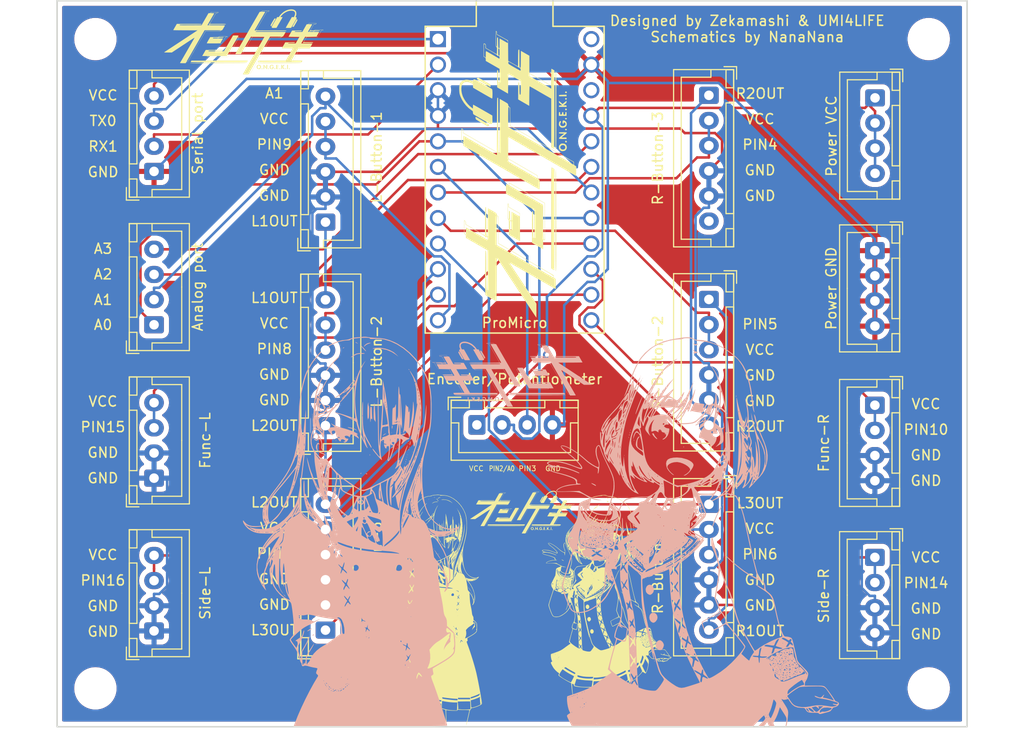
<source format=kicad_pcb>
(kicad_pcb (version 20211014) (generator pcbnew)
  (layers (0 "F.Cu" signal) (31 "B.Cu" signal) (34 "B.Paste" user) (35 "F.Paste" user) (36 "B.SilkS" user "B.Silkscreen") (37 "F.SilkS" user "F.Silkscreen") (38 "B.Mask" user) (39 "F.Mask" user) (44 "Edge.Cuts" user))
  (net 0 "")
  (net 1 "TX0")
  (net 2 "A1")
  (net 3 "VCC")
  (net 4 "PIN9")
  (net 5 "PIN8")
  (net 6 "PIN7")
  (net 7 "PIN6")
  (net 8 "PIN5")
  (net 9 "PIN4")
  (net 10 "L1OUT")
  (net 11 "GND1")
  (net 12 "L2OUT")
  (net 13 "L3OUT")
  (net 14 "R1OUT")
  (net 15 "R2OUT")
  (net 16 "PIN2/17")
  (net 17 "PIN3")
  (net 18 "GND2")
  (net 19 "PIN10")
  (net 20 "PIN14")
  (net 21 "PIN15")
  (net 22 "A3")
  (net 23 "A2")
  (net 24 "RX1")
  (net 25 "PIN16")
  (footprint "Connector_JST:JST_XH_B4B-XH-A_1x04_P2.50mm_Vertical" (layer "F.Cu") (at 46.465 87.57 90)
    (fp_text reference "Func-L" (at 3.75 5.08 90) (layer "F.SilkS"))
    (fp_text value "Func-L")
    (fp_text user "VCC" (at 7.62 -5.08 unlocked) (layer "F.SilkS"))
    (fp_text user "GND" (at 2.54 -5.08 unlocked) (layer "F.SilkS"))
    (fp_text user "GND" (at 0 -5.08 unlocked) (layer "F.SilkS"))
    (fp_text user "PIN15" (at 5.08 -5.08 unlocked) (layer "F.SilkS"))
    (pad "1" thru_hole roundrect (at 0 0 90) (size 1.7 1.95) (drill 0.95) (layers *.Cu *.Mask) (roundrect_rratio 0.1470588235) (net 11 "GND1"))
    (pad "2" thru_hole oval (at 2.5 0 90) (size 1.7 1.95) (drill 0.95) (layers *.Cu *.Mask) (net 11 "GND1"))
    (pad "3" thru_hole oval (at 5 0 90) (size 1.7 1.95) (drill 0.95) (layers *.Cu *.Mask) (net 21 "PIN15"))
    (pad "4" thru_hole oval (at 7.5 0 90) (size 1.7 1.95) (drill 0.95) (layers *.Cu *.Mask) (net 21 "PIN15"))
  )
  (footprint "Connector_JST:JST_XH_B4B-XH-A_1x04_P2.50mm_Vertical" (layer "F.Cu") (at 118.11 49.784 -90)
    (fp_text reference "Power VCC" (at 3.79 4.335 90) (layer "F.SilkS"))
    (fp_text value "Power VCC")
    (pad "1" thru_hole roundrect (at 0 0 270) (size 1.7 1.95) (drill 0.95) (layers *.Cu *.Mask) (roundrect_rratio 0.1470588235) (net 3 "VCC"))
    (pad "2" thru_hole oval (at 2.5 0 270) (size 1.7 1.95) (drill 0.95) (layers *.Cu *.Mask) (net 3 "VCC"))
    (pad "3" thru_hole oval (at 5 0 270) (size 1.7 1.95) (drill 0.95) (layers *.Cu *.Mask) (net 3 "VCC"))
    (pad "4" thru_hole oval (at 7.5 0 270) (size 1.7 1.95) (drill 0.95) (layers *.Cu *.Mask) (net 3 "VCC"))
  )
  (footprint "MountingHole:MountingHole_3.2mm_M3" (layer "F.Cu") (at 123.444 108.458)
    (fp_text reference "REF5**" hide)
    (fp_text value "MountingHole_3.2mm_M3")
    (pad "" np_thru_hole circle (at 0 0) (size 3.2 3.2) (drill 3.2) (layers *.Cu *.Mask))
  )
  (footprint "LOGO" (layer "F.Cu") (at 83.058 90.932)
    (fp_text reference "G***" hide)
    (fp_text value "LOGO" hide)
  )
  (footprint "Connector_JST:JST_XH_B4B-XH-A_1x04_P2.50mm_Vertical" (layer "F.Cu") (at 118.093 80.324 -90)
    (fp_text reference "Func-R" (at 3.75 5.08 90) (layer "F.SilkS"))
    (fp_text value "Func-R")
    (fp_text user "GND" (at 7.5 -5.08 unlocked) (layer "F.SilkS"))
    (fp_text user "GND" (at 4.96 -5.08 unlocked) (layer "F.SilkS"))
    (fp_text user "PIN10" (at 2.42 -5.08 unlocked) (layer "F.SilkS"))
    (fp_text user "VCC" (at -0.12 -5.08 unlocked) (layer "F.SilkS"))
    (pad "1" thru_hole roundrect (at 0 0 270) (size 1.7 1.95) (drill 0.95) (layers *.Cu *.Mask) (roundrect_rratio 0.1470588235) (net 19 "PIN10"))
    (pad "2" thru_hole oval (at 2.5 0 270) (size 1.7 1.95) (drill 0.95) (layers *.Cu *.Mask) (net 19 "PIN10"))
    (pad "3" thru_hole oval (at 5 0 270) (size 1.7 1.95) (drill 0.95) (layers *.Cu *.Mask) (net 11 "GND1"))
    (pad "4" thru_hole oval (at 7.5 0 270) (size 1.7 1.95) (drill 0.95) (layers *.Cu *.Mask) (net 11 "GND1"))
  )
  (footprint "Connector_JST:JST_XH_B6B-XH-A_1x06_P2.50mm_Vertical" (layer "F.Cu") (at 101.6 90.17 -90)
    (fp_text reference "R-Button-1" (at 6.25 5.08 90) (layer "F.SilkS"))
    (fp_text value "R-Button-1")
    (fp_text user "GND" (at 7.5 -5.08 unlocked) (layer "F.SilkS"))
    (fp_text user "VCC" (at 2.42 -5.08 unlocked) (layer "F.SilkS"))
    (fp_text user "PIN6" (at 4.96 -5.08 unlocked) (layer "F.SilkS"))
    (fp_text user "L3OUT" (at -0.12 -5.08 unlocked) (layer "F.SilkS"))
    (fp_text user "GND" (at 10.04 -5.08 unlocked) (layer "F.SilkS"))
    (fp_text user "R1OUT" (at 12.58 -5.08 unlocked) (layer "F.SilkS"))
    (pad "1" thru_hole roundrect (at 0 0 270) (size 1.7 1.95) (drill 0.95) (layers *.Cu *.Mask) (roundrect_rratio 0.1470588235) (net 13 "L3OUT"))
    (pad "2" thru_hole oval (at 2.5 0 270) (size 1.7 1.95) (drill 0.95) (layers *.Cu *.Mask) (net 7 "PIN6"))
    (pad "3" thru_hole oval (at 5 0 270) (size 1.7 1.95) (drill 0.95) (layers *.Cu *.Mask) (net 7 "PIN6"))
    (pad "4" thru_hole oval (at 7.5 0 270) (size 1.7 1.95) (drill 0.95) (layers *.Cu *.Mask) (net 11 "GND1"))
    (pad "5" thru_hole oval (at 10 0 270) (size 1.7 1.95) (drill 0.95) (layers *.Cu *.Mask) (net 11 "GND1"))
    (pad "6" thru_hole oval (at 12.5 0 270) (size 1.7 1.95) (drill 0.95) (layers *.Cu *.Mask) (net 14 "R1OUT"))
  )
  (footprint "Connector_JST:JST_XH_B4B-XH-A_1x04_P2.50mm_Vertical" (layer "F.Cu") (at 78.546 82.279)
    (fp_text reference "Encoder/Potentiometer" (at 3.75 -4.555) (layer "F.SilkS"))
    (fp_text value "Encoder/Potentiometer")
    (fp_text user "GND" (at 7.56 4.335 unlocked) (layer "F.SilkS") (effects (font (size 0.5 0.5) (thickness 0.075))))
    (fp_text user "PIN3" (at 5.02 4.335 unlocked) (layer "F.SilkS") (effects (font (size 0.5 0.5) (thickness 0.075))))
    (fp_text user "VCC" (at -0.06 4.335 unlocked) (layer "F.SilkS") (effects (font (size 0.5 0.5) (thickness 0.075))))
    (fp_text user "PIN2/A0" (at 2.48 4.335 unlocked) (layer "F.SilkS") (effects (font (size 0.5 0.4) (thickness 0.075))))
    (pad "1" thru_hole roundrect (at 0 0) (size 1.7 1.95) (drill 0.95) (layers *.Cu *.Mask) (roundrect_rratio 0.1470588235) (net 3 "VCC"))
    (pad "2" thru_hole oval (at 2.5 0) (size 1.7 1.95) (drill 0.95) (layers *.Cu *.Mask) (net 16 "PIN2/17"))
    (pad "3" thru_hole oval (at 5 0) (size 1.7 1.95) (drill 0.95) (layers *.Cu *.Mask) (net 17 "PIN3"))
    (pad "4" thru_hole oval (at 7.5 0) (size 1.7 1.95) (drill 0.95) (layers *.Cu *.Mask) (net 18 "GND2"))
  )
  (footprint "Library:ProMicro-EnforcedTop" (layer "F.Cu") (at 82.296 57.912 -90)
    (fp_text reference "ProMicro" (at 14.224 0 180) (layer "F.SilkS"))
    (fp_text value "ProMicro")
    (pad "2" thru_hole circle locked (at -3.81 7.62 270) (size 1.6 1.6) (drill 1.1) (layers *.Cu "B.Mask") (net 16 "PIN2/17"))
    (pad "3" thru_hole circle locked (at -1.27 7.62 270) (size 1.6 1.6) (drill 1.1) (layers *.Cu "B.Mask") (net 17 "PIN3"))
    (pad "4" thru_hole circle locked (at 1.27 7.62 270) (size 1.6 1.6) (drill 1.1) (layers *.Cu "B.Mask") (net 9 "PIN4"))
    (pad "5" thru_hole circle locked (at 3.81 7.62 270) (size 1.6 1.6) (drill 1.1) (layers *.Cu "B.Mask") (net 8 "PIN5"))
    (pad "6" thru_hole circle locked (at 6.35 7.62 270) (size 1.6 1.6) (drill 1.1) (layers *.Cu "B.Mask") (net 7 "PIN6"))
    (pad "7" thru_hole circle locked (at 8.89 7.62 270) (size 1.6 1.6) (drill 1.1) (layers *.Cu "B.Mask") (net 6 "PIN7"))
    (pad "9" thru_hole circle locked (at 13.97 7.62 270) (size 1.6 1.6) (drill 1.1) (layers *.Cu "B.Mask") (net 4 "PIN9"))
    (pad "10" thru_hole circle locked (at 13.97 -7.62 270) (size 1.6 1.6) (drill 1.1) (layers *.Cu "B.Mask") (net 19 "PIN10"))
    (pad "14" thru_hole circle locked (at 8.89 -7.62 270) (size 1.6 1.6) (drill 1.1) (layers *.Cu "B.Mask") (net 20 "PIN14"))
    (pad "15" thru_hole circle locked (at 6.35 -7.62 270) (size 1.6 1.6) (drill 1.1) (layers *.Cu "B.Mask") (net 21 "PIN15"))
    (pad "16" thru_hole circle locked (at 11.43 -7.62 270) (size 1.6 1.6) (drill 1.1) (layers *.Cu "B.Mask") (net 25 "PIN16"))
    (pad "A0" thru_hole circle locked (at 3.81 -7.62 270) (size 1.6 1.6) (drill 1.1) (layers *.Cu "B.Mask") (net 16 "PIN2/17"))
    (pad "A1" thru_hole circle locked (at 1.27 -7.62 270) (size 1.6 1.6) (drill 1.1) (layers *.Cu "B.Mask") (net 2 "A1"))
    (pad "A2" thru_hole circle locked (at -1.27 -7.62 270) (size 1.6 1.6) (drill 1.1) (layers *.Cu "B.Mask") (net 23 "A2"))
    (pad "A3" thru_hole circle locked (at -3.81 -7.62 270) (size 1.6 1.6) (drill 1.1) (layers *.Cu "B.Mask") (net 22 "A3"))
    (pad "GND" thru_hole circle locked (at -6.35 7.62 270) (size 1.6 1.6) (drill 1.1) (layers *.Cu "B.Mask") (net 11 "GND1"))
    (pad "GND" thru_hole circle locked (at -11.43 -7.62 270) (size 1.6 1.6) (drill 1.1) (layers *.Cu "B.Mask") (net 18 "GND2"))
    (pad "GND1" thru_hole circle locked (at -8.89 7.62 270) (size 1.6 1.6) (drill 1.1) (layers *.Cu "B.Mask") (net 11 "GND1"))
    (pad "PIN8" thru_hole circle locked (at 11.43 7.62 270) (size 1.6 1.6) (drill 1.1) (layers *.Cu "B.Mask") (net 5 "PIN8"))
    (pad "RAW" thru_hole circle locked (at -13.97 -7.62 270) (size 1.6 1.6) (drill 1.1) (layers *.Cu "B.Mask"))
    (pad "RST" thru_hole circle locked (at -8.89 -7.62 270) (size 1.6 1.6) (drill 1.1) (layers *.Cu "B.Mask"))
    (pad "RX1" thru_hole circle locked (at -11.43 7.62 270) (size 1.6 1.6) (drill 1.1) (layers *.Cu "B.Mask") (net 24 "RX1"))
    (pad "TX0" thru_hole rect locked (at -13.97 7.62 270) (size 1.6 1.6) (drill 1.1) (layers *.Cu "B.Mask") (net 1 "TX0"))
    (pad "VCC" thru_hole circle locked (at -6.35 -7.62 270) (size 1.6 1.6) (drill 1.1) (layers *.Cu "B.Mask") (net 3 "VCC"))
  )
  (footprint "Connector_JST:JST_XH_B6B-XH-A_1x06_P2.50mm_Vertical" (layer "F.Cu") (at 63.5 62.13 90)
    (fp_text reference "L-Button-1" (at 6.45 5.08 90) (layer "F.SilkS"))
    (fp_text value "L-Button-1")
    (fp_text user "GND" (at 5.18 -5.08 unlocked) (layer "F.SilkS"))
    (fp_text user "L1OUT" (at 0.1 -5.08 unlocked) (layer "F.SilkS"))
    (fp_text user "PIN9" (at 7.72 -5.08 unlocked) (layer "F.SilkS"))
    (fp_text user "A1" (at 12.8 -5.08 unlocked) (layer "F.SilkS"))
    (fp_text user "VCC" (at 10.26 -5.08 unlocked) (layer "F.SilkS"))
    (fp_text user "GND" (at 2.64 -5.08 unlocked) (layer "F.SilkS"))
    (pad "1" thru_hole roundrect (at 0 0 90) (size 1.7 1.95) (drill 0.95) (layers *.Cu *.Mask) (roundrect_rratio 0.1470588235) (net 10 "L1OUT"))
    (pad "2" thru_hole oval (at 2.5 0 90) (size 1.7 1.95) (drill 0.95) (layers *.Cu *.Mask) (net 11 "GND1"))
    (pad "3" thru_hole oval (at 5 0 90) (size 1.7 1.95) (drill 0.95) (layers *.Cu *.Mask) (net 11 "GND1"))
    (pad "4" thru_hole oval (at 7.5 0 90) (size 1.7 1.95) (drill 0.95) (layers *.Cu *.Mask) (net 4 "PIN9"))
    (pad "5" thru_hole oval (at 10 0 90) (size 1.7 1.95) (drill 0.95) (layers *.Cu *.Mask) (net 4 "PIN9"))
    (pad "6" thru_hole oval (at 12.5 0 90) (size 1.7 1.95) (drill 0.95) (layers *.Cu *.Mask) (net 2 "A1"))
  )
  (footprint "Connector_JST:JST_XH_B4B-XH-A_1x04_P2.50mm_Vertical" (layer "F.Cu") (at 118.093 95.444 -90)
    (fp_text reference "Side-R" (at 3.81 5.08 90) (layer "F.SilkS"))
    (fp_text value "Side-R")
    (fp_text user "GND" (at 5.08 -5.08 unlocked) (layer "F.SilkS"))
    (fp_text user "VCC" (at 0 -5.08 unlocked) (layer "F.SilkS"))
    (fp_text user "PIN14" (at 2.54 -5.08 unlocked) (layer "F.SilkS"))
    (fp_text user "GND" (at 7.62 -5.08 unlocked) (layer "F.SilkS"))
    (pad "1" thru_hole roundrect (at 0 0 270) (size 1.7 1.95) (drill 0.95) (layers *.Cu *.Mask) (roundrect_rratio 0.1470588235) (net 20 "PIN14"))
    (pad "2" thru_hole oval (at 2.5 0 270) (size 1.7 1.95) (drill 0.95) (layers *.Cu *.Mask) (net 20 "PIN14"))
    (pad "3" thru_hole oval (at 5 0 270) (size 1.7 1.95) (drill 0.95) (layers *.Cu *.Mask) (net 11 "GND1"))
    (pad "4" thru_hole oval (at 7.5 0 270) (size 1.7 1.95) (drill 0.95) (layers *.Cu *.Mask) (net 11 "GND1"))
  )
  (footprint "MountingHole:MountingHole_3.2mm_M3" (layer "F.Cu") (at 40.64 43.942)
    (fp_text reference "REF1**" hide)
    (fp_text value "MountingHole_3.2mm_M3")
    (pad "" np_thru_hole circle (at 0 0) (size 3.2 3.2) (drill 3.2) (layers *.Cu *.Mask))
  )
  (footprint "Connector_JST:JST_XH_B6B-XH-A_1x06_P2.50mm_Vertical" (layer "F.Cu") (at 101.6 49.53 -90)
    (fp_text reference "R-Button-3" (at 6.25 5.08 90) (layer "F.SilkS"))
    (fp_text value "R-Button-3")
    (fp_text user "GND" (at 9.98 -5.08 unlocked) (layer "F.SilkS"))
    (fp_text user "R2OUT" (at -0.18 -5.08 unlocked) (layer "F.SilkS"))
    (fp_text user "VCC" (at 2.36 -5.08 unlocked) (layer "F.SilkS"))
    (fp_text user "PIN4" (at 4.9 -5.08 unlocked) (layer "F.SilkS"))
    (fp_text user "GND" (at 7.44 -5.08 unlocked) (layer "F.SilkS"))
    (pad "1" thru_hole roundrect (at 0 0 270) (size 1.7 1.95) (drill 0.95) (layers *.Cu *.Mask) (roundrect_rratio 0.1470588235) (net 15 "R2OUT"))
    (pad "2" thru_hole oval (at 2.5 0 270) (size 1.7 1.95) (drill 0.95) (layers *.Cu *.Mask) (net 9 "PIN4"))
    (pad "3" thru_hole oval (at 5 0 270) (size 1.7 1.95) (drill 0.95) (layers *.Cu *.Mask) (net 9 "PIN4"))
    (pad "4" thru_hole oval (at 7.5 0 270) (size 1.7 1.95) (drill 0.95) (layers *.Cu *.Mask) (net 11 "GND1"))
    (pad "5" thru_hole oval (at 10 0 270) (size 1.7 1.95) (drill 0.95) (layers *.Cu *.Mask) (net 11 "GND1"))
    (pad "6" thru_hole oval (at 12.5 0 270) (size 1.7 1.95) (drill 0.95) (layers *.Cu *.Mask))
  )
  (footprint "LOGO" (layer "F.Cu") (at 82.55 57.404 90)
    (fp_text reference "ongeki-front-lg" hide)
    (fp_text value "LOGO" hide)
  )
  (footprint "MountingHole:MountingHole_3.2mm_M3" (layer "F.Cu") (at 40.64 108.458)
    (fp_text reference "REF4**" hide)
    (fp_text value "MountingHole_3.2mm_M3")
    (pad "" np_thru_hole circle (at 0 0) (size 3.2 3.2) (drill 3.2) (layers *.Cu *.Mask))
  )
  (footprint "MountingHole:MountingHole_3.2mm_M3" (layer "F.Cu") (at 123.444 43.942)
    (fp_text reference "REF2**" hide)
    (fp_text value "MountingHole_3.2mm_M3")
    (pad "" np_thru_hole circle (at 0 0) (size 3.2 3.2) (drill 3.2) (layers *.Cu *.Mask))
  )
  (footprint "Connector_JST:JST_XH_B6B-XH-A_1x06_P2.50mm_Vertical" (layer "F.Cu") (at 101.6 69.81 -90)
    (fp_text reference "R-Button-2" (at 6.25 5.08 90) (layer "F.SilkS"))
    (fp_text value "R-Button-2")
    (fp_text user "GND" (at 10.08 -5.08 unlocked) (layer "F.SilkS"))
    (fp_text user "R2OUT" (at 12.62 -5.08 unlocked) (layer "F.SilkS"))
    (fp_text user "VCC" (at 5 -5.08 unlocked) (layer "F.SilkS"))
    (fp_text user "PIN5" (at 2.46 -5.08 unlocked) (layer "F.SilkS"))
    (fp_text user "GND" (at 7.54 -5.08 unlocked) (layer "F.SilkS"))
    (pad "1" thru_hole roundrect (at 0 0 270) (size 1.7 1.95) (drill 0.95) (layers *.Cu *.Mask) (roundrect_rratio 0.1470588235) (net 14 "R1OUT"))
    (pad "2" thru_hole oval (at 2.5 0 270) (size 1.7 1.95) (drill 0.95) (layers *.Cu *.Mask) (net 8 "PIN5"))
    (pad "3" thru_hole oval (at 5 0 270) (size 1.7 1.95) (drill 0.95) (layers *.Cu *.Mask) (net 8 "PIN5"))
    (pad "4" thru_hole oval (at 7.5 0 270) (size 1.7 1.95) (drill 0.95) (layers *.Cu *.Mask) (net 11 "GND1"))
    (pad "5" thru_hole oval (at 10 0 270) (size 1.7 1.95) (drill 0.95) (layers *.Cu *.Mask) (net 11 "GND1"))
    (pad "6" thru_hole oval (at 12.5 0 270) (size 1.7 1.95) (drill 0.95) (layers *.Cu *.Mask) (net 15 "R2OUT"))
  )
  (footprint "Connector_JST:JST_XH_B4B-XH-A_1x04_P2.50mm_Vertical" (layer "F.Cu") (at 118.093 64.964 -90)
    (fp_text reference "Power GND" (at 3.75 4.335 90) (layer "F.SilkS"))
    (fp_text value "Power GND")
    (pad "1" thru_hole roundrect (at 0 0 270) (size 1.7 1.95) (drill 0.95) (layers *.Cu *.Mask) (roundrect_rratio 0.1470588235) (net 18 "GND2"))
    (pad "2" thru_hole oval (at 2.5 0 270) (size 1.7 1.95) (drill 0.95) (layers *.Cu *.Mask) (net 18 "GND2"))
    (pad "3" thru_hole oval (at 5 0 270) (size 1.7 1.95) (drill 0.95) (layers *.Cu *.Mask) (net 18 "GND2"))
    (pad "4" thru_hole oval (at 7.5 0 270) (size 1.7 1.95) (drill 0.95) (layers *.Cu *.Mask) (net 18 "GND2"))
  )
  (footprint "Connector_JST:JST_XH_B4B-XH-A_1x04_P2.50mm_Vertical" (layer "F.Cu") (at 46.465 72.33 90)
    (fp_text reference "Analog port" (at 3.75 4.335 90) (layer "F.SilkS"))
    (fp_text value "Analog port")
    (fp_text user "A1" (at 2.48 -5.063 unlocked) (layer "F.SilkS"))
    (fp_text user "A3" (at 7.56 -5.063 unlocked) (layer "F.SilkS"))
    (fp_text user "A0" (at 0 -5.063 unlocked) (layer "F.SilkS"))
    (fp_text user "A2" (at 5.02 -5.063 unlocked) (layer "F.SilkS"))
    (pad "1" thru_hole roundrect (at 0 0 90) (size 1.7 1.95) (drill 0.95) (layers *.Cu *.Mask) (roundrect_rratio 0.1470588235) (net 16 "PIN2/17"))
    (pad "2" thru_hole oval (at 2.5 0 90) (size 1.7 1.95) (drill 0.95) (layers *.Cu *.Mask) (net 2 "A1"))
    (pad "3" thru_hole oval (at 5 0 90) (size 1.7 1.95) (drill 0.95) (layers *.Cu *.Mask) (net 23 "A2"))
    (pad "4" thru_hole oval (at 7.5 0 90) (size 1.7 1.95) (drill 0.95) (layers *.Cu *.Mask) (net 22 "A3"))
  )
  (footprint "LOGO" (layer "F.Cu") (at 91.44 100.584)
    (fp_text reference "akari-front" hide)
    (fp_text value "LOGO" hide)
  )
  (footprint "Connector_JST:JST_XH_B4B-XH-A_1x04_P2.50mm_Vertical" (layer "F.Cu") (at 46.465 57.09 90)
    (fp_text reference "Serial port" (at 3.75 4.335 90) (layer "F.SilkS"))
    (fp_text value "Serial port")
    (fp_text user "RX1" (at 2.48 -5.063 unlocked) (layer "F.SilkS"))
    (fp_text user "VCC" (at 7.56 -5.063 unlocked) (layer "F.SilkS"))
    (fp_text user "GND" (at -0.06 -5.063 unlocked) (layer "F.SilkS"))
    (fp_text user "TX0" (at 5.02 -5.063 unlocked) (layer "F.SilkS"))
    (pad "1" thru_hole roundrect (at 0 0 90) (size 1.7 1.95) (drill 0.95) (layers *.Cu *.Mask) (roundrect_rratio 0.1470588235) (net 18 "GND2"))
    (pad "2" thru_hole oval (at 2.5 0 90) (size 1.7 1.95) (drill 0.95) (layers *.Cu *.Mask) (net 24 "RX1"))
    (pad "3" thru_hole oval (at 5 0 90) (size 1.7 1.95) (drill 0.95) (layers *.Cu *.Mask) (net 1 "TX0"))
    (pad "4" thru_hole oval (at 7.5 0 90) (size 1.7 1.95) (drill 0.95) (layers *.Cu *.Mask) (net 3 "VCC"))
  )
  (footprint "LOGO" (layer "F.Cu") (at 55.372 44.196)
    (fp_text reference "ongeki-front-sm" hide)
    (fp_text value "LOGO" hide)
  )
  (footprint "Connector_JST:JST_XH_B6B-XH-A_1x06_P2.50mm_Vertical" (layer "F.Cu") (at 63.5 102.67 90)
    (fp_text reference "L-Button-3" (at 6.25 5.08 90) (layer "F.SilkS"))
    (fp_text value "L-Button-3")
    (fp_text user "GND" (at 5.08 -5.08 unlocked) (layer "F.SilkS"))
    (fp_text user "PIN7" (at 7.62 -5.08 unlocked) (layer "F.SilkS"))
    (fp_text user "VCC" (at 10.16 -5.08 unlocked) (layer "F.SilkS"))
    (fp_text user "GND" (at 2.54 -5.08 unlocked) (layer "F.SilkS"))
    (fp_text user "L3OUT" (at 0 -5.08 unlocked) (layer "F.SilkS"))
    (fp_text user "L2OUT" (at 12.7 -5.08 unlocked) (layer "F.SilkS"))
    (pad "1" thru_hole roundrect (at 0 0 90) (size 1.7 1.95) (drill 0.95) (layers *.Cu *.Mask) (roundrect_rratio 0.1470588235) (net 13 "L3OUT"))
    (pad "2" thru_hole oval (at 2.5 0 90) (size 1.7 1.95) (drill 0.95) (layers *.Cu *.Mask) (net 11 "GND1"))
    (pad "3" thru_hole oval (at 5 0 90) (size 1.7 1.95) (drill 0.95) (layers *.Cu *.Mask) (net 11 "GND1"))
    (pad "4" thru_hole oval (at 7.5 0 90) (size 1.7 1.95) (drill 0.95) (layers *.Cu *.Mask) (net 6 "PIN7"))
    (pad "5" thru_hole oval (at 10 0 90) (size 1.7 1.95) (drill 0.95) (layers *.Cu *.Mask) (net 6 "PIN7"))
    (pad "6" thru_hole oval (at 12.5 0 90) (size 1.7 1.95) (drill 0.95) (layers *.Cu *.Mask) (net 12 "L2OUT"))
  )
  (footprint "Connector_JST:JST_XH_B6B-XH-A_1x06_P2.50mm_Vertical" (layer "F.Cu") (at 63.5 82.35 90)
    (fp_text reference "L-Button-2" (at 6.35 5.08 90) (layer "F.SilkS"))
    (fp_text value "L-Button-2")
    (fp_text user "VCC" (at 10.16 -5.08 unlocked) (layer "F.SilkS"))
    (fp_text user "GND" (at 5.08 -5.08 unlocked) (layer "F.SilkS"))
    (fp_text user "L2OUT" (at 0 -5.08 unlocked) (layer "F.SilkS"))
    (fp_text user "GND" (at 2.54 -5.08 unlocked) (layer "F.SilkS"))
    (fp_text user "L1OUT" (at 12.7 -5.08 unlocked) (layer "F.SilkS"))
    (fp_text user "PIN8" (at 7.62 -5.08 unlocked) (layer "F.SilkS"))
    (pad "1" thru_hole roundrect (at 0 0 90) (size 1.7 1.95) (drill 0.95) (layers *.Cu *.Mask) (roundrect_rratio 0.1470588235) (net 12 "L2OUT"))
    (pad "2" thru_hole oval (at 2.5 0 90) (size 1.7 1.95) (drill 0.95) (layers *.Cu *.Mask) (net 11 "GND1"))
    (pad "3" thru_hole oval (at 5 0 90) (size 1.7 1.95) (drill 0.95) (layers *.Cu *.Mask) (net 11 "GND1"))
    (pad "4" thru_hole oval (at 7.5 0 90) (size 1.7 1.95) (drill 0.95) (layers *.Cu *.Mask) (net 5 "PIN8"))
    (pad "5" thru_hole oval (at 10 0 90) (size 1.7 1.95) (drill 0.95) (layers *.Cu *.Mask) (net 5 "PIN8"))
    (pad "6" thru_hole oval (at 12.5 0 90) (size 1.7 1.95) (drill 0.95) (layers *.Cu *.Mask) (net 10 "L1OUT"))
  )
  (footprint "LOGO" (layer "F.Cu") (at 74.168 100.584)
    (fp_text reference "setsuna-front" hide)
    (fp_text value "LOGO" hide)
  )
  (footprint "Connector_JST:JST_XH_B4B-XH-A_1x04_P2.50mm_Vertical" (layer "F.Cu") (at 46.465 102.75 90)
    (fp_text reference "Side-L" (at 3.75 5.08 90) (layer "F.SilkS"))
    (fp_text value "Side-L")
    (fp_text user "GND" (at -0.06 -5.08 unlocked) (layer "F.SilkS"))
    (fp_text user "VCC" (at 7.56 -5.08 unlocked) (layer "F.SilkS"))
    (fp_text user "GND" (at 2.48 -5.08 unlocked) (layer "F.SilkS"))
    (fp_text user "PIN16" (at 5.02 -5.08 unlocked) (layer "F.SilkS"))
    (pad "1" thru_hole roundrect (at 0 0 90) (size 1.7 1.95) (drill 0.95) (layers *.Cu *.Mask) (roundrect_rratio 0.1470588235) (net 11 "GND1"))
    (pad "2" thru_hole oval (at 2.5 0 90) (size 1.7 1.95) (drill 0.95) (layers *.Cu *.Mask) (net 11 "GND1"))
    (pad "3" thru_hole oval (at 5 0 90) (size 1.7 1.95) (drill 0.95) (layers *.Cu *.Mask) (net 25 "PIN16"))
    (pad "4" thru_hole oval (at 7.5 0 90) (size 1.7 1.95) (drill 0.95) (layers *.Cu *.Mask) (net 25 "PIN16"))
  )
  (footprint "LOGO" (layer "B.Cu") (at 66.294 92.71 180)
    (fp_text reference "setsuba-back" hide)
    (fp_text value "LOGO" hide)
  )
  (footprint "LOGO" (layer "B.Cu") (at 82.042 77.216 180)
    (fp_text reference "ongeki-back" hide)
    (fp_text value "LOGO" hide)
  )
  (footprint "LOGO" (layer "B.Cu") (at 100.076 92.71 180)
    (fp_text reference "akari-back" hide)
    (fp_text value "LOGO" hide)
  )
  (gr_rect (start 36.83 40.132) (end 127.254 112.268) (layer "Edge.Cuts") (width 0.15) (fill none))
  (gr_text "Designed by Zekamashi & UMI4LIFE\nSchematics by NanaNana" (at 105.41 42.926) (layer "F.SilkS") (effects (font (size 1 1))))
  (segment (start 46.465 52.09) (end 46.465 50.9147) (width 0.25) (layer "B.Cu") (net 1))
  (segment (start 47.6403 50.9147) (end 54.613 43.942) (width 0.25) (layer "B.Cu") (net 1))
  (segment (start 46.465 50.9147) (end 47.6403 50.9147) (width 0.25) (layer "B.Cu") (net 1))
  (segment (start 54.613 43.942) (end 74.676 43.942) (width 0.25) (layer "B.Cu") (net 1))
  (segment (start 63.5 50.1456) (end 66.2254 52.871) (width 0.25) (layer "B.Cu") (net 2))
  (segment (start 62.9858 50.8053) (end 63.5 50.8053) (width 0.25) (layer "B.Cu") (net 2))
  (segment (start 83.605 52.871) (end 89.916 59.182) (width 0.25) (layer "B.Cu") (net 2))
  (segment (start 62.1754 51.6157) (end 62.9858 50.8053) (width 0.25) (layer "B.Cu") (net 2))
  (segment (start 46.9792 68.6547) (end 62.1754 53.4585) (width 0.25) (layer "B.Cu") (net 2))
  (segment (start 46.465 68.6547) (end 46.9792 68.6547) (width 0.25) (layer "B.Cu") (net 2))
  (segment (start 62.1754 53.4585) (end 62.1754 51.6157) (width 0.25) (layer "B.Cu") (net 2))
  (segment (start 63.5 49.63) (end 63.5 50.1456) (width 0.25) (layer "B.Cu") (net 2))
  (segment (start 66.2254 52.871) (end 83.605 52.871) (width 0.25) (layer "B.Cu") (net 2))
  (segment (start 63.5 50.1456) (end 63.5 50.8053) (width 0.25) (layer "B.Cu") (net 2))
  (segment (start 46.465 69.83) (end 46.465 68.6547) (width 0.25) (layer "B.Cu") (net 2))
  (segment (start 85.5085 75.3165) (end 78.546 82.279) (width 0.25) (layer "F.Cu") (net 3))
  (segment (start 46.465 49.59) (end 46.465 48.4147) (width 0.25) (layer "F.Cu") (net 3))
  (segment (start 49.536 45.3437) (end 83.6977 45.3437) (width 0.25) (layer "F.Cu") (net 3))
  (segment (start 117.4477 50.4463) (end 117.1135 50.7805) (width 0.25) (layer "F.Cu") (net 3))
  (segment (start 118.11 52.284) (end 118.11 51.1087) (width 0.25) (layer "F.Cu") (net 3))
  (segment (start 46.465 48.4147) (end 49.536 45.3437) (width 0.25) (layer "F.Cu") (net 3))
  (segment (start 83.6977 45.3437) (end 89.916 51.562) (width 0.25) (layer "F.Cu") (net 3))
  (segment (start 118.11 49.784) (end 117.4477 50.4463) (width 0.25) (layer "F.Cu") (net 3))
  (segment (start 117.1135 50.7805) (end 90.6975 50.7805) (width 0.25) (layer "F.Cu") (net 3))
  (segment (start 90.6975 50.7805) (end 89.916 51.562) (width 0.25) (layer "F.Cu") (net 3))
  (segment (start 117.4477 50.4463) (end 118.11 51.1087) (width 0.25) (layer "F.Cu") (net 3))
  (via (at 85.5085 75.3165) (size 0.8) (drill 0.4) (layers "F.Cu" "B.Cu") (net 3))
  (segment (start 118.11 57.284) (end 118.11 54.784) (width 0.25) (layer "B.Cu") (net 3))
  (segment (start 90.2623 65.532) (end 89.5265 65.532) (width 0.25) (layer "B.Cu") (net 3))
  (segment (start 89.5265 65.532) (end 85.5085 69.55) (width 0.25) (layer "B.Cu") (net 3))
  (segment (start 85.5085 69.55) (end 85.5085 75.3165) (width 0.25) (layer "B.Cu") (net 3))
  (segment (start 118.11 54.784) (end 118.11 52.284) (width 0.25) (layer "B.Cu") (net 3))
  (segment (start 91.0573 64.737) (end 90.2623 65.532) (width 0.25) (layer "B.Cu") (net 3))
  (segment (start 89.916 51.562) (end 91.0573 52.7033) (width 0.25) (layer "B.Cu") (net 3))
  (segment (start 91.0573 52.7033) (end 91.0573 64.737) (width 0.25) (layer "B.Cu") (net 3))
  (segment (start 75.8176 66.3508) (end 75.8176 70.7404) (width 0.25) (layer "B.Cu") (net 4))
  (segment (start 74.9988 65.532) (end 75.8176 66.3508) (width 0.25) (layer "B.Cu") (net 4))
  (segment (start 63.5 52.13) (end 63.5 54.63) (width 0.25) (layer "B.Cu") (net 4))
  (segment (start 75.8176 70.7404) (end 74.676 71.882) (width 0.25) (layer "B.Cu") (net 4))
  (segment (start 64.5626 55.8053) (end 74.2893 65.532) (width 0.25) (layer "B.Cu") (net 4))
  (segment (start 63.5 55.8053) (end 64.5626 55.8053) (width 0.25) (layer "B.Cu") (net 4))
  (segment (start 74.2893 65.532) (end 74.9988 65.532) (width 0.25) (layer "B.Cu") (net 4))
  (segment (start 63.5 54.63) (end 63.5 55.8053) (width 0.25) (layer "B.Cu") (net 4))
  (segment (start 72.2065 71.1747) (end 63.5 71.1747) (width 0.25) (layer "F.Cu") (net 5))
  (segment (start 74.0392 69.342) (end 72.2065 71.1747) (width 0.25) (layer "F.Cu") (net 5))
  (segment (start 63.5 72.35) (end 63.5 71.1747) (width 0.25) (layer "F.Cu") (net 5))
  (segment (start 74.676 69.342) (end 74.0392 69.342) (width 0.25) (layer "F.Cu") (net 5))
  (segment (start 63.5 72.35) (end 63.5 74.85) (width 0.25) (layer "B.Cu") (net 5))
  (segment (start 63.5 92.67) (end 63.5 91.4947) (width 0.25) (layer "B.Cu") (net 6))
  (segment (start 73.2614 68.2166) (end 74.676 66.802) (width 0.25) (layer "B.Cu") (net 6))
  (segment (start 63.5 95.17) (end 63.5 92.67) (width 0.25) (layer "B.Cu") (net 6))
  (segment (start 73.2614 82.2475) (end 73.2614 68.2166) (width 0.25) (layer "B.Cu") (net 6))
  (segment (start 63.5 91.4947) (end 64.0142 91.4947) (width 0.25) (layer "B.Cu") (net 6))
  (segment (start 64.0142 91.4947) (end 73.2614 82.2475) (width 0.25) (layer "B.Cu") (net 6))
  (segment (start 89.633 92.67) (end 101.6 92.67) (width 0.25) (layer "B.Cu") (net 7))
  (segment (start 79.742 82.779) (end 89.633 92.67) (width 0.25) (layer "B.Cu") (net 7))
  (segment (start 79.742 69.328) (end 79.742 82.779) (width 0.25) (layer "B.Cu") (net 7))
  (segment (start 101.6 95.17) (end 101.6 92.67) (width 0.25) (layer "B.Cu") (net 7))
  (segment (start 74.676 64.262) (end 79.742 69.328) (width 0.25) (layer "B.Cu") (net 7))
  (segment (start 101.6 72.31) (end 101.6 71.1347) (width 0.25) (layer "F.Cu") (net 8))
  (segment (start 75.946 62.992) (end 74.676 61.722) (width 0.25) (layer "F.Cu") (net 8))
  (segment (start 100.4247 71.1347) (end 92.282 62.992) (width 0.25) (layer "F.Cu") (net 8))
  (segment (start 101.6 71.1347) (end 100.4247 71.1347) (width 0.25) (layer "F.Cu") (net 8))
  (segment (start 92.282 62.992) (end 75.946 62.992) (width 0.25) (layer "F.Cu") (net 8))
  (segment (start 101.6 74.81) (end 101.6 72.31) (width 0.25) (layer "B.Cu") (net 8))
  (segment (start 101.6 55.7053) (end 100.4247 55.7053) (width 0.25) (layer "F.Cu") (net 9))
  (segment (start 100.4247 55.7053) (end 98.3626 57.7674) (width 0.25) (layer "F.Cu") (net 9))
  (segment (start 89.7391 57.7674) (end 88.3245 59.182) (width 0.25) (layer "F.Cu") (net 9))
  (segment (start 101.6 54.53) (end 101.6 55.7053) (width 0.25) (layer "F.Cu") (net 9))
  (segment (start 88.3245 59.182) (end 74.676 59.182) (width 0.25) (layer "F.Cu") (net 9))
  (segment (start 98.3626 57.7674) (end 89.7391 57.7674) (width 0.25) (layer "F.Cu") (net 9))
  (segment (start 101.6 54.53) (end 101.6 52.03) (width 0.25) (layer "B.Cu") (net 9))
  (segment (start 63.5 69.85) (end 63.5 62.13) (width 0.25) (layer "B.Cu") (net 10))
  (segment (start 116.7927 100.444) (end 116.5187 100.17) (width 0.25) (layer "F.Cu") (net 11))
  (segment (start 102.2088 53.28) (end 102.9076 53.9788) (width 0.25) (layer "F.Cu") (net 11))
  (segment (start 69.108 57.13) (end 73.406 52.832) (width 0.25) (layer "F.Cu") (net 11))
  (segment (start 102.9076 55.7224) (end 101.6 57.03) (width 0.25) (layer "F.Cu") (net 11))
  (segment (start 74.676 52.832) (end 98.7519 52.832) (width 0.25) (layer "F.Cu") (net 11))
  (segment (start 63.5 57.13) (end 69.108 57.13) (width 0.25) (layer "F.Cu") (net 11))
  (segment (start 98.7519 52.832) (end 99.1999 53.28) (width 0.25) (layer "F.Cu") (net 11))
  (segment (start 118.093 100.444) (end 116.7927 100.444) (width 0.25) (layer "F.Cu") (net 11))
  (segment (start 116.5187 100.17) (end 101.6 100.17) (width 0.25) (layer "F.Cu") (net 11))
  (segment (start 74.676 51.562) (end 74.676 52.832) (width 0.25) (layer "F.Cu") (net 11))
  (segment (start 102.9076 53.9788) (end 102.9076 55.7224) (width 0.25) (layer "F.Cu") (net 11))
  (segment (start 99.1999 53.28) (end 102.2088 53.28) (width 0.25) (layer "F.Cu") (net 11))
  (segment (start 73.406 52.832) (end 74.676 52.832) (width 0.25) (layer "F.Cu") (net 11))
  (segment (start 62.1764 87.57) (end 62.1764 81.4674) (width 0.25) (layer "B.Cu") (net 11))
  (segment (start 101.6 59.53) (end 101.6 60.7053) (width 0.25) (layer "B.Cu") (net 11))
  (segment (start 62.1986 75.3875) (end 62.1986 61.2252) (width 0.25) (layer "B.Cu") (net 11))
  (segment (start 74.676 49.022) (end 74.676 51.562) (width 0.25) (layer "B.Cu") (net 11))
  (segment (start 101.0858 60.7053) (end 101.6 60.7053) (width 0.25) (layer "B.Cu") (net 11))
  (segment (start 62.1764 81.4674) (end 62.6185 81.0253) (width 0.25) (layer "B.Cu") (net 11))
  (segment (start 63.5 79.85) (end 63.5 77.35) (width 0.25) (layer "B.Cu") (net 11))
  (segment (start 62.1986 61.2252) (end 62.6185 60.8053) (width 0.25) (layer "B.Cu") (net 11))
  (segment (start 101.6 97.67) (end 101.6 96.4947) (width 0.25) (layer "B.Cu") (net 11))
  (segment (start 118.093 102.944) (end 118.093 100.444) (width 0.25) (layer "B.Cu") (net 11))
  (segment (start 46.465 87.57) (end 46.465 85.07) (width 0.25) (layer "B.Cu") (net 11))
  (segment (start 118.093 99.2687) (end 117.5788 99.2687) (width 0.25) (layer "B.Cu") (net 11))
  (segment (start 116.79 90.3023) (end 118.093 88.9993) (width 0.25) (layer "B.Cu") (net 11))
  (segment (start 118.093 87.824) (end 118.093 88.9993) (width 0.25) (layer "B.Cu") (net 11))
  (segment (start 101.6 76.1347) (end 101.0858 76.1347) (width 0.25) (layer "B.Cu") (net 11))
  (segment (start 62.9858 96.4947) (end 62.1764 95.6853) (width 0.25) (layer "B.Cu") (net 11))
  (segment (start 101.6 77.31) (end 101.6 76.1347) (width 0.25) (layer "B.Cu") (net 11))
  (segment (start 46.465 102.75) (end 46.465 100.25) (width 0.25) (layer "B.Cu") (net 11))
  (segment (start 46.465 99.0747) (end 46.9792 99.0747) (width 0.25) (layer "B.Cu") (net 11))
  (segment (start 100.2755 61.5156) (end 101.0858 60.7053) (width 0.25) (layer "B.Cu") (net 11))
  (segment (start 102.1142 96.4947) (end 102.913 95.6959) (width 0.25) (layer "B.Cu") (net 11))
  (segment (start 63.5 100.17) (end 63.5 97.67) (width 0.25) (layer "B.Cu") (net 11))
  (segment (start 117.5788 99.2687) (end 116.79 98.4799) (width 0.25) (layer "B.Cu") (net 11))
  (segment (start 62.1764 95.6853) (end 62.1764 87.57) (width 0.25) (layer "B.Cu") (net 11))
  (segment (start 47.7664 98.2875) (end 47.7664 87.57) (width 0.25) (layer "B.Cu") (net 11))
  (segment (start 118.093 100.444) (end 118.093 99.2687) (width 0.25) (layer "B.Cu") (net 11))
  (segment (start 118.093 87.824) (end 118.093 85.324) (width 0.25) (layer "B.Cu") (net 11))
  (segment (start 101.6 100.17) (end 101.6 97.67) (width 0.25) (layer "B.Cu") (net 11))
  (segment (start 63.5 57.13) (end 63.5 59.63) (width 0.25) (layer "B.Cu") (net 11))
  (segment (start 62.9858 76.1747) (end 62.1986 75.3875) (width 0.25) (layer "B.Cu") (net 11))
  (segment (start 46.465 100.25) (end 46.465 99.0747) (width 0.25) (layer "B.Cu") (net 11))
  (segment (start 101.0858 76.1347) (end 100.2755 75.3244) (width 0.25) (layer "B.Cu") (net 11))
  (segment (start 63.5 97.67) (end 63.5 96.4947) (width 0.25) (layer "B.Cu") (net 11))
  (segment (start 63.5 79.85) (end 63.5 81.0253) (width 0.25) (layer "B.Cu") (net 11))
  (segment (start 46.9792 99.0747) (end 47.7664 98.2875) (width 0.25) (layer "B.Cu") (net 11))
  (segment (start 102.913 95.6959) (end 102.913 81.123) (width 0.25) (layer "B.Cu") (net 11))
  (segment (start 62.6185 81.0253) (end 63.5 81.0253) (width 0.25) (layer "B.Cu") (net 11))
  (segment (start 63.5 76.1747) (end 62.9858 76.1747) (width 0.25) (layer "B.Cu") (net 11))
  (segment (start 62.6185 60.8053) (end 63.5 60.8053) (width 0.25) (layer "B.Cu") (net 11))
  (segment (start 47.7664 87.57) (end 46.465 87.57) (width 0.25) (layer "B.Cu") (net 11))
  (segment (start 63.5 77.35) (end 63.5 76.1747) (width 0.25) (layer "B.Cu") (net 11))
  (segment (start 102.913 81.123) (end 101.6 79.81) (width 0.25) (layer "B.Cu") (net 11))
  (segment (start 101.6 79.81) (end 101.6 77.31) (width 0.25) (layer "B.Cu") (net 11))
  (segment (start 101.6 59.53) (end 101.6 57.03) (width 0.25) (layer "B.Cu") (net 11))
  (segment (start 100.2755 75.3244) (end 100.2755 61.5156) (width 0.25) (layer "B.Cu") (net 11))
  (segment (start 63.5 96.4947) (end 62.9858 96.4947) (width 0.25) (layer "B.Cu") (net 11))
  (segment (start 62.1764 87.57) (end 47.7664 87.57) (width 0.25) (layer "B.Cu") (net 11))
  (segment (start 101.6 96.4947) (end 102.1142 96.4947) (width 0.25) (layer "B.Cu") (net 11))
  (segment (start 116.79 98.4799) (end 116.79 90.3023) (width 0.25) (layer "B.Cu") (net 11))
  (segment (start 63.5 59.63) (end 63.5 60.8053) (width 0.25) (layer "B.Cu") (net 11))
  (segment (start 63.5 82.35) (end 63.5 90.17) (width 0.25) (layer "B.Cu") (net 12))
  (segment (start 76 90.17) (end 101.6 90.17) (width 0.25) (layer "F.Cu") (net 13))
  (segment (start 63.5 102.67) (end 76 90.17) (width 0.25) (layer "F.Cu") (net 13))
  (segment (start 103.368 100.2409) (end 102.1142 101.4947) (width 0.25) (layer "B.Cu") (net 14))
  (segment (start 102.1142 101.4947) (end 101.6 101.4947) (width 0.25) (layer "B.Cu") (net 14))
  (segment (start 101.6 102.67) (end 101.6 101.4947) (width 0.25) (layer "B.Cu") (net 14))
  (segment (start 103.368 71.578) (end 103.368 100.2409) (width 0.25) (layer "B.Cu") (net 14))
  (segment (start 101.6 69.81) (end 103.368 71.578) (width 0.25) (layer "B.Cu") (net 14))
  (segment (start 101.0858 81.1347) (end 101.6 81.1347) (width 0.25) (layer "B.Cu") (net 15))
  (segment (start 101.6 82.31) (end 101.6 81.1347) (width 0.25) (layer "B.Cu") (net 15))
  (segment (start 101.6 49.53) (end 99.8251 51.3049) (width 0.25) (layer "B.Cu") (net 15))
  (segment (start 99.8251 79.874) (end 101.0858 81.1347) (width 0.25) (layer "B.Cu") (net 15))
  (segment (start 99.8251 51.3049) (end 99.8251 79.874) (width 0.25) (layer "B.Cu") (net 15))
  (segment (start 68.5514 58.38) (end 72.8294 54.102) (width 0.25) (layer "F.Cu") (net 16))
  (segment (start 46.465 72.33) (end 45.1138 70.9788) (width 0.25) (layer "F.Cu") (net 16))
  (segment (start 51.1205 58.38) (end 68.5514 58.38) (width 0.25) (layer "F.Cu") (net 16))
  (segment (start 72.8294 54.102) (end 74.676 54.102) (width 0.25) (layer "F.Cu") (net 16))
  (segment (start 45.1138 64.3867) (end 51.1205 58.38) (width 0.25) (layer "F.Cu") (net 16))
  (segment (start 45.1138 70.9788) (end 45.1138 64.3867) (width 0.25) (layer "F.Cu") (net 16))
  (segment (start 81.046 82.279) (end 82.2213 82.279) (width 0.25) (layer "B.Cu") (net 16))
  (segment (start 74.676 54.102) (end 77.1323 54.102) (width 0.25) (layer "B.Cu") (net 16))
  (segment (start 84.7523 82.9378) (end 84.0534 83.6367) (width 0.25) (layer "B.Cu") (net 16))
  (segment (start 84.7523 61.722) (end 89.916 61.722) (width 0.25) (layer "B.Cu") (net 16))
  (segment (start 77.1323 54.102) (end 84.7523 61.722) (width 0.25) (layer "B.Cu") (net 16))
  (segment (start 82.2213 82.7932) (end 82.2213 82.279) (width 0.25) (layer "B.Cu") (net 16))
  (segment (start 84.7523 61.722) (end 84.7523 82.9378) (width 0.25) (layer "B.Cu") (net 16))
  (segment (start 84.0534 83.6367) (end 83.0648 83.6367) (width 0.25) (layer "B.Cu") (net 16))
  (segment (start 83.0648 83.6367) (end 82.2213 82.7932) (width 0.25) (layer "B.Cu") (net 16))
  (segment (start 74.676 56.642) (end 83.546 65.512) (width 0.25) (layer "B.Cu") (net 17))
  (segment (start 83.546 65.512) (end 83.546 82.279) (width 0.25) (layer "B.Cu") (net 17))
  (segment (start 91.5547 48.1207) (end 91.5547 48.3047) (width 0.25) (layer "B.Cu") (net 18))
  (segment (start 118.093 64.964) (end 118.093 63.8183) (width 0.25) (layer "B.Cu") (net 18))
  (segment (start 86.046 82.279) (end 87.2213 82.279) (width 0.25) (layer "B.Cu") (net 18))
  (segment (start 55.6584 47.8966) (end 88.5014 47.8966) (width 0.25) (layer "B.Cu") (net 18))
  (segment (start 88.5014 47.8966) (end 89.916 46.482) (width 0.25) (layer "B.Cu") (net 18))
  (segment (start 118.093 67.464) (end 118.093 64.964) (width 0.25) (layer "B.Cu") (net 18))
  (segment (start 89.5334 68.072) (end 87.2213 70.3841) (width 0.25) (layer "B.Cu") (net 18))
  (segment (start 102.5794 48.3047) (end 91.5547 48.3047) (width 0.25) (layer "B.Cu") (net 18))
  (segment (start 87.2213 70.3841) (end 87.2213 82.279) (width 0.25) (layer "B.Cu") (net 18))
  (segment (start 118.093 72.464) (end 118.093 69.964) (width 0.25) (layer "B.Cu") (net 18))
  (segment (start 118.093 69.964) (end 118.093 67.464) (width 0.25) (layer "B.Cu") (net 18))
  (segment (start 91.5547 48.3047) (end 91.5547 66.7935) (width 0.25) (layer "B.Cu") (net 18))
  (segment (start 91.5547 66.7935) (end 90.2762 68.072) (width 0.25) (layer "B.Cu") (net 18))
  (segment (start 46.465 57.09) (end 55.6584 47.8966) (width 0.25) (layer "B.Cu") (net 18))
  (segment (start 90.2762 68.072) (end 89.5334 68.072) (width 0.25) (layer "B.Cu") (net 18))
  (segment (start 89.916 46.482) (end 91.5547 48.1207) (width 0.25) (layer "B.Cu") (net 18))
  (segment (start 118.093 63.8183) (end 102.5794 48.3047) (width 0.25) (layer "B.Cu") (net 18))
  (segment (start 94.094 76.06) (end 113.829 76.06) (width 0.25) (layer "F.Cu") (net 19))
  (segment (start 89.916 71.882) (end 94.094 76.06) (width 0.25) (layer "F.Cu") (net 19))
  (segment (start 113.829 76.06) (end 118.093 80.324) (width 0.25) (layer "F.Cu") (net 19))
  (segment (start 118.093 82.824) (end 118.093 80.324) (width 0.25) (layer "B.Cu") (net 19))
  (segment (start 91.0574 67.9434) (end 89.916 66.802) (width 0.25) (layer "F.Cu") (net 20))
  (segment (start 91.0574 69.7924) (end 91.0574 67.9434) (width 0.25) (layer "F.Cu") (net 20))
  (segment (start 118.093 95.444) (end 111.8757 95.444) (width 0.25) (layer "F.Cu") (net 20))
  (segment (start 90.2378 70.612) (end 91.0574 69.7924) (width 0.25) (layer "F.Cu") (net 20))
  (segment (start 88.742 72.3103) (end 88.742 71.4541) (width 0.25) (layer "F.Cu") (net 20))
  (segment (start 89.5841 70.612) (end 90.2378 70.612) (width 0.25) (layer "F.Cu") (net 20))
  (segment (start 88.742 71.4541) (end 89.5841 70.612) (width 0.25) (layer "F.Cu") (net 20))
  (segment (start 111.8757 95.444) (end 88.742 72.3103) (width 0.25) (layer "F.Cu") (net 20))
  (segment (start 118.093 97.944) (end 118.093 95.444) (width 0.25) (layer "B.Cu") (net 20))
  (segment (start 89.916 64.262) (end 82.5243 64.262) (width 0.25) (layer "F.Cu") (net 21))
  (segment (start 70.7207 73.6) (end 51.7597 73.6) (width 0.25) (layer "F.Cu") (net 21))
  (segment (start 76.3123 70.474) (end 73.8467 70.474) (width 0.25) (layer "F.Cu") (net 21))
  (segment (start 51.7597 73.6) (end 46.465 78.8947) (width 0.25) (layer "F.Cu") (net 21))
  (segment (start 46.465 80.07) (end 46.465 78.8947) (width 0.25) (layer "F.Cu") (net 21))
  (segment (start 73.8467 70.474) (end 70.7207 73.6) (width 0.25) (layer "F.Cu") (net 21))
  (segment (start 82.5243 64.262) (end 76.3123 70.474) (width 0.25) (layer "F.Cu") (net 21))
  (segment (start 46.465 80.07) (end 46.465 82.57) (width 0.25) (layer "B.Cu") (net 21))
  (segment (start 88.646 55.372) (end 89.916 54.102) (width 0.25) (layer "F.Cu") (net 22))
  (segment (start 46.465 64.83) (end 63.2454 64.83) (width 0.25) (layer "F.Cu") (net 22))
  (segment (start 63.2454 64.83) (end 72.7034 55.372) (width 0.25) (layer "F.Cu") (net 22))
  (segment (start 72.7034 55.372) (end 88.646 55.372) (width 0.25) (layer "F.Cu") (net 22))
  (segment (start 89.916 56.642) (end 88.6104 57.9476) (width 0.25) (layer "F.Cu") (net 23))
  (segment (start 71.6888 57.9476) (end 62.3064 67.33) (width 0.25) (layer "F.Cu") (net 23))
  (segment (start 88.6104 57.9476) (end 71.6888 57.9476) (width 0.25) (layer "F.Cu") (net 23))
  (segment (start 62.3064 67.33) (end 46.465 67.33) (width 0.25) (layer "F.Cu") (net 23))
  (segment (start 46.465 53.4147) (end 67.7433 53.4147) (width 0.25) (layer "F.Cu") (net 24))
  (segment (start 46.465 54.59) (end 46.465 53.4147) (width 0.25) (layer "F.Cu") (net 24))
  (segment (start 67.7433 53.4147) (end 74.676 46.482) (width 0.25) (layer "F.Cu") (net 24))
  (segment (start 89.916 69.342) (end 80.2053 69.342) (width 0.25) (layer "F.Cu") (net 25))
  (segment (start 54.2973 95.25) (end 46.465 95.25) (width 0.25) (layer "F.Cu") (net 25))
  (segment (start 46.465 97.75) (end 46.465 96.5747) (width 0.25) (layer "F.Cu") (net 25))
  (segment (start 46.465 95.25) (end 46.465 96.5747) (width 0.25) (layer "F.Cu") (net 25))
  (segment (start 80.2053 69.342) (end 54.2973 95.25) (width 0.25) (layer "F.Cu") (net 25))
  (zone (net 18) (net_name "GND2") (layer "F.Cu") (connect_pads (clearance 0.508)) (min_thickness 0.254) (fill yes (thermal_gap 0.508) (thermal_bridge_width 0.508))
    (polygon (pts (xy 127.254 112.268) (xy 36.83 112.268) (xy 36.83 40.132) (xy 127.254 40.132)))
  )
  (zone (net 11) (net_name "GND1") (layer "B.Cu") (connect_pads (clearance 0.508)) (min_thickness 0.254) (fill yes (thermal_gap 0.508) (thermal_bridge_width 0.508))
    (polygon (pts (xy 127.254 112.268) (xy 36.83 112.268) (xy 36.83 40.132) (xy 127.254 40.132)))
  )
)
</source>
